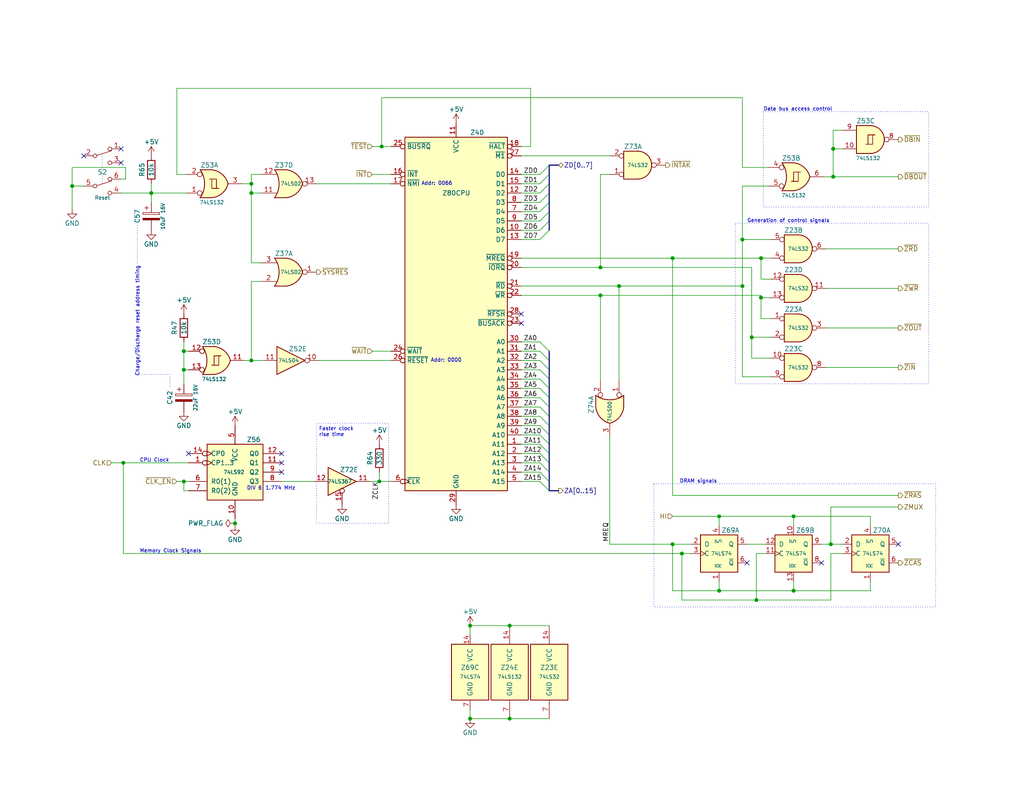
<source format=kicad_sch>
(kicad_sch (version 20231120) (generator "eeschema") (generator_version "8.0")
  (paper "USLetter")
  (title_block (title "TRS-80 Model I Rev G") (date "2024-11-29") (rev "E1C") (company "RetroStack - Marcel Erz") (comment 2 "CPU with reset circuits (button and power-up), clock divider, RAS & CAS divider, signals") (comment 4 "CPU & Signals"))
  (lib_symbols
    (symbol "74xx:74LS00" (pin_names (offset 1.016))
      (property "Reference" "U" (at 0 1.27 0))
      (property "Value" "74LS00" (at 0 -1.27 0))
      (symbol "74LS00_1_1"
        (pin input line (at -7.62 2.54 0) (length 3.81) (name "~") (number "1"))
        (pin input line (at -7.62 -2.54 0) (length 3.81) (name "~") (number "2"))
        (pin output inverted (at 7.62 0 180) (length 3.81) (name "~") (number "3"))
      )
      (symbol "74LS00_1_2"
        (pin input inverted (at -7.62 2.54 0) (length 4.318) (name "~") (number "1"))
        (pin input inverted (at -7.62 -2.54 0) (length 4.318) (name "~") (number "2"))
        (pin output line (at 7.62 0 180) (length 3.81) (name "~") (number "3"))
      )
      (symbol "74LS00_2_1"
        (pin input line (at -7.62 2.54 0) (length 3.81) (name "~") (number "4"))
        (pin input line (at -7.62 -2.54 0) (length 3.81) (name "~") (number "5"))
        (pin output inverted (at 7.62 0 180) (length 3.81) (name "~") (number "6"))
      )
      (symbol "74LS00_2_2"
        (pin input inverted (at -7.62 2.54 0) (length 4.318) (name "~") (number "4"))
        (pin input inverted (at -7.62 -2.54 0) (length 4.318) (name "~") (number "5"))
        (pin output line (at 7.62 0 180) (length 3.81) (name "~") (number "6"))
      )
      (symbol "74LS00_3_1"
        (pin input line (at -7.62 -2.54 0) (length 3.81) (name "~") (number "10"))
        (pin output inverted (at 7.62 0 180) (length 3.81) (name "~") (number "8"))
        (pin input line (at -7.62 2.54 0) (length 3.81) (name "~") (number "9"))
      )
      (symbol "74LS00_3_2"
        (pin input inverted (at -7.62 -2.54 0) (length 4.318) (name "~") (number "10"))
        (pin output line (at 7.62 0 180) (length 3.81) (name "~") (number "8"))
        (pin input inverted (at -7.62 2.54 0) (length 4.318) (name "~") (number "9"))
      )
      (symbol "74LS00_4_1"
        (pin output inverted (at 7.62 0 180) (length 3.81) (name "~") (number "11"))
        (pin input line (at -7.62 2.54 0) (length 3.81) (name "~") (number "12"))
        (pin input line (at -7.62 -2.54 0) (length 3.81) (name "~") (number "13"))
      )
      (symbol "74LS00_4_2"
        (pin output line (at 7.62 0 180) (length 3.81) (name "~") (number "11"))
        (pin input inverted (at -7.62 2.54 0) (length 4.318) (name "~") (number "12"))
        (pin input inverted (at -7.62 -2.54 0) (length 4.318) (name "~") (number "13"))
      )
      (symbol "74LS00_5_0"
        (pin power_in line (at 0 12.7 270) (length 5.08) (name "VCC") (number "14"))
        (pin power_in line (at 0 -12.7 90) (length 5.08) (name "GND") (number "7"))
      )
    )
    (symbol "74xx:74LS02" (pin_names (offset 1.016))
      (property "Reference" "U" (at 0 1.27 0))
      (property "Value" "74LS02" (at 0 -1.27 0))
      (symbol "74LS02_1_1"
        (pin output inverted (at 7.62 0 180) (length 3.81) (name "~") (number "1"))
        (pin input line (at -7.62 2.54 0) (length 4.318) (name "~") (number "2"))
        (pin input line (at -7.62 -2.54 0) (length 4.318) (name "~") (number "3"))
      )
      (symbol "74LS02_1_2"
        (pin output line (at 7.62 0 180) (length 3.81) (name "~") (number "1"))
        (pin input inverted (at -7.62 2.54 0) (length 3.81) (name "~") (number "2"))
        (pin input inverted (at -7.62 -2.54 0) (length 3.81) (name "~") (number "3"))
      )
      (symbol "74LS02_2_1"
        (pin output inverted (at 7.62 0 180) (length 3.81) (name "~") (number "4"))
        (pin input line (at -7.62 2.54 0) (length 4.318) (name "~") (number "5"))
        (pin input line (at -7.62 -2.54 0) (length 4.318) (name "~") (number "6"))
      )
      (symbol "74LS02_2_2"
        (pin output line (at 7.62 0 180) (length 3.81) (name "~") (number "4"))
        (pin input inverted (at -7.62 2.54 0) (length 3.81) (name "~") (number "5"))
        (pin input inverted (at -7.62 -2.54 0) (length 3.81) (name "~") (number "6"))
      )
      (symbol "74LS02_3_1"
        (pin output inverted (at 7.62 0 180) (length 3.81) (name "~") (number "10"))
        (pin input line (at -7.62 2.54 0) (length 4.318) (name "~") (number "8"))
        (pin input line (at -7.62 -2.54 0) (length 4.318) (name "~") (number "9"))
      )
      (symbol "74LS02_3_2"
        (pin output line (at 7.62 0 180) (length 3.81) (name "~") (number "10"))
        (pin input inverted (at -7.62 2.54 0) (length 3.81) (name "~") (number "8"))
        (pin input inverted (at -7.62 -2.54 0) (length 3.81) (name "~") (number "9"))
      )
      (symbol "74LS02_4_1"
        (pin input line (at -7.62 2.54 0) (length 4.318) (name "~") (number "11"))
        (pin input line (at -7.62 -2.54 0) (length 4.318) (name "~") (number "12"))
        (pin output inverted (at 7.62 0 180) (length 3.81) (name "~") (number "13"))
      )
      (symbol "74LS02_4_2"
        (pin input inverted (at -7.62 2.54 0) (length 3.81) (name "~") (number "11"))
        (pin input inverted (at -7.62 -2.54 0) (length 3.81) (name "~") (number "12"))
        (pin output line (at 7.62 0 180) (length 3.81) (name "~") (number "13"))
      )
      (symbol "74LS02_5_0"
        (pin power_in line (at 0 12.7 270) (length 5.08) (name "VCC") (number "14"))
        (pin power_in line (at 0 -12.7 90) (length 5.08) (name "GND") (number "7"))
      )
    )
    (symbol "74xx:74LS04"
      (property "Reference" "U" (at 0 1.27 0))
      (property "Value" "74LS04" (at 0 -1.27 0))
      (symbol "74LS04_1_0"
        (pin input line (at -7.62 0 0) (length 3.81) (name "~") (number "1"))
        (pin output inverted (at 7.62 0 180) (length 3.81) (name "~") (number "2"))
      )
      (symbol "74LS04_2_0"
        (pin input line (at -7.62 0 0) (length 3.81) (name "~") (number "3"))
        (pin output inverted (at 7.62 0 180) (length 3.81) (name "~") (number "4"))
      )
      (symbol "74LS04_3_0"
        (pin input line (at -7.62 0 0) (length 3.81) (name "~") (number "5"))
        (pin output inverted (at 7.62 0 180) (length 3.81) (name "~") (number "6"))
      )
      (symbol "74LS04_4_0"
        (pin output inverted (at 7.62 0 180) (length 3.81) (name "~") (number "8"))
        (pin input line (at -7.62 0 0) (length 3.81) (name "~") (number "9"))
      )
      (symbol "74LS04_5_0"
        (pin output inverted (at 7.62 0 180) (length 3.81) (name "~") (number "10"))
        (pin input line (at -7.62 0 0) (length 3.81) (name "~") (number "11"))
      )
      (symbol "74LS04_6_0"
        (pin output inverted (at 7.62 0 180) (length 3.81) (name "~") (number "12"))
        (pin input line (at -7.62 0 0) (length 3.81) (name "~") (number "13"))
      )
      (symbol "74LS04_7_0"
        (pin power_in line (at 0 12.7 270) (length 5.08) (name "VCC") (number "14"))
        (pin power_in line (at 0 -12.7 90) (length 5.08) (name "GND") (number "7"))
      )
    )
    (symbol "74xx:74LS132" (pin_names (offset 1.016))
      (property "Reference" "U" (at 0 1.27 0))
      (property "Value" "74LS132" (at 0 -1.27 0))
      (symbol "74LS132_1_1"
        (pin input line (at -7.62 2.54 0) (length 3.81) (name "~") (number "1"))
        (pin input line (at -7.62 -2.54 0) (length 3.81) (name "~") (number "2"))
        (pin output inverted (at 7.62 0 180) (length 3.81) (name "~") (number "3"))
      )
      (symbol "74LS132_1_2"
        (pin input inverted (at -7.62 2.54 0) (length 4.318) (name "~") (number "1"))
        (pin input inverted (at -7.62 -2.54 0) (length 4.318) (name "~") (number "2"))
        (pin output line (at 7.62 0 180) (length 3.81) (name "~") (number "3"))
      )
      (symbol "74LS132_2_1"
        (pin input line (at -7.62 2.54 0) (length 3.81) (name "~") (number "4"))
        (pin input line (at -7.62 -2.54 0) (length 3.81) (name "~") (number "5"))
        (pin output inverted (at 7.62 0 180) (length 3.81) (name "~") (number "6"))
      )
      (symbol "74LS132_2_2"
        (pin input inverted (at -7.62 2.54 0) (length 4.318) (name "~") (number "4"))
        (pin input inverted (at -7.62 -2.54 0) (length 4.318) (name "~") (number "5"))
        (pin output line (at 7.62 0 180) (length 3.81) (name "~") (number "6"))
      )
      (symbol "74LS132_3_1"
        (pin input line (at -7.62 -2.54 0) (length 3.81) (name "~") (number "10"))
        (pin output inverted (at 7.62 0 180) (length 3.81) (name "~") (number "8"))
        (pin input line (at -7.62 2.54 0) (length 3.81) (name "~") (number "9"))
      )
      (symbol "74LS132_3_2"
        (pin input inverted (at -7.62 -2.54 0) (length 4.318) (name "~") (number "10"))
        (pin output line (at 7.62 0 180) (length 3.81) (name "~") (number "8"))
        (pin input inverted (at -7.62 2.54 0) (length 4.318) (name "~") (number "9"))
      )
      (symbol "74LS132_4_1"
        (pin output inverted (at 7.62 0 180) (length 3.81) (name "~") (number "11"))
        (pin input line (at -7.62 2.54 0) (length 3.81) (name "~") (number "12"))
        (pin input line (at -7.62 -2.54 0) (length 3.81) (name "~") (number "13"))
      )
      (symbol "74LS132_4_2"
        (pin output line (at 7.62 0 180) (length 3.81) (name "~") (number "11"))
        (pin input inverted (at -7.62 2.54 0) (length 4.318) (name "~") (number "12"))
        (pin input inverted (at -7.62 -2.54 0) (length 4.318) (name "~") (number "13"))
      )
      (symbol "74LS132_5_0"
        (pin power_in line (at 0 12.7 270) (length 5.08) (name "VCC") (number "14"))
        (pin power_in line (at 0 -12.7 90) (length 5.08) (name "GND") (number "7"))
      )
    )
    (symbol "74xx:74LS32" (pin_names (offset 1.016))
      (property "Reference" "U" (at 0 1.27 0))
      (property "Value" "74LS32" (at 0 -1.27 0))
      (symbol "74LS32_1_1"
        (pin input line (at -7.62 2.54 0) (length 4.318) (name "~") (number "1"))
        (pin input line (at -7.62 -2.54 0) (length 4.318) (name "~") (number "2"))
        (pin output line (at 7.62 0 180) (length 3.81) (name "~") (number "3"))
      )
      (symbol "74LS32_1_2"
        (pin input inverted (at -7.62 2.54 0) (length 3.81) (name "~") (number "1"))
        (pin input inverted (at -7.62 -2.54 0) (length 3.81) (name "~") (number "2"))
        (pin output inverted (at 7.62 0 180) (length 3.81) (name "~") (number "3"))
      )
      (symbol "74LS32_2_1"
        (pin input line (at -7.62 2.54 0) (length 4.318) (name "~") (number "4"))
        (pin input line (at -7.62 -2.54 0) (length 4.318) (name "~") (number "5"))
        (pin output line (at 7.62 0 180) (length 3.81) (name "~") (number "6"))
      )
      (symbol "74LS32_2_2"
        (pin input inverted (at -7.62 2.54 0) (length 3.81) (name "~") (number "4"))
        (pin input inverted (at -7.62 -2.54 0) (length 3.81) (name "~") (number "5"))
        (pin output inverted (at 7.62 0 180) (length 3.81) (name "~") (number "6"))
      )
      (symbol "74LS32_3_1"
        (pin input line (at -7.62 -2.54 0) (length 4.318) (name "~") (number "10"))
        (pin output line (at 7.62 0 180) (length 3.81) (name "~") (number "8"))
        (pin input line (at -7.62 2.54 0) (length 4.318) (name "~") (number "9"))
      )
      (symbol "74LS32_3_2"
        (pin input inverted (at -7.62 -2.54 0) (length 3.81) (name "~") (number "10"))
        (pin output inverted (at 7.62 0 180) (length 3.81) (name "~") (number "8"))
        (pin input inverted (at -7.62 2.54 0) (length 3.81) (name "~") (number "9"))
      )
      (symbol "74LS32_4_1"
        (pin output line (at 7.62 0 180) (length 3.81) (name "~") (number "11"))
        (pin input line (at -7.62 2.54 0) (length 4.318) (name "~") (number "12"))
        (pin input line (at -7.62 -2.54 0) (length 4.318) (name "~") (number "13"))
      )
      (symbol "74LS32_4_2"
        (pin output inverted (at 7.62 0 180) (length 3.81) (name "~") (number "11"))
        (pin input inverted (at -7.62 2.54 0) (length 3.81) (name "~") (number "12"))
        (pin input inverted (at -7.62 -2.54 0) (length 3.81) (name "~") (number "13"))
      )
      (symbol "74LS32_5_0"
        (pin power_in line (at 0 12.7 270) (length 5.08) (name "VCC") (number "14"))
        (pin power_in line (at 0 -12.7 90) (length 5.08) (name "GND") (number "7"))
      )
    )
    (symbol "74xx:74LS74" (pin_names (offset 1.016))
      (property "Reference" "U" (at -7.62 8.89 0))
      (property "Value" "74LS74" (at -7.62 -8.89 0))
      (symbol "74LS74_1_0"
        (pin input line (at 0 -7.62 90) (length 2.54) (name "~{R}") (number "1"))
        (pin input line (at -7.62 2.54 0) (length 2.54) (name "D") (number "2"))
        (pin input clock (at -7.62 0 0) (length 2.54) (name "C") (number "3"))
        (pin input line (at 0 7.62 270) (length 2.54) (name "~{S}") (number "4"))
        (pin output line (at 7.62 2.54 180) (length 2.54) (name "Q") (number "5"))
        (pin output line (at 7.62 -2.54 180) (length 2.54) (name "~{Q}") (number "6"))
      )
      (symbol "74LS74_2_0"
        (pin input line (at 0 7.62 270) (length 2.54) (name "~{S}") (number "10"))
        (pin input clock (at -7.62 0 0) (length 2.54) (name "C") (number "11"))
        (pin input line (at -7.62 2.54 0) (length 2.54) (name "D") (number "12"))
        (pin input line (at 0 -7.62 90) (length 2.54) (name "~{R}") (number "13"))
        (pin output line (at 7.62 -2.54 180) (length 2.54) (name "~{Q}") (number "8"))
        (pin output line (at 7.62 2.54 180) (length 2.54) (name "Q") (number "9"))
      )
      (symbol "74LS74_3_0"
        (pin power_in line (at 0 10.16 270) (length 2.54) (name "VCC") (number "14"))
        (pin power_in line (at 0 -10.16 90) (length 2.54) (name "GND") (number "7"))
      )
    )
    (symbol "74xx:74LS92" (pin_names (offset 1.016))
      (property "Reference" "U" (at -7.62 8.89 0))
      (property "Value" "74LS92" (at -7.62 -8.89 0))
      (symbol "74LS92_1_0"
        (pin input inverted_clock (at -12.7 2.54 0) (length 5.08) (name "CP1..3") (number "1"))
        (pin power_in line (at 0 -12.7 90) (length 5.08) (name "GND") (number "10"))
        (pin output line (at 12.7 2.54 180) (length 5.08) (name "Q1") (number "11"))
        (pin output line (at 12.7 5.08 180) (length 5.08) (name "Q0") (number "12"))
        (pin input inverted_clock (at -12.7 5.08 0) (length 5.08) (name "CP0") (number "14"))
        (pin power_in line (at 0 12.7 270) (length 5.08) (name "VCC") (number "5"))
        (pin input line (at -12.7 -2.54 0) (length 5.08) (name "R0(1)") (number "6"))
        (pin input line (at -12.7 -5.08 0) (length 5.08) (name "R0(2)") (number "7"))
        (pin output line (at 12.7 -2.54 180) (length 5.08) (name "Q3") (number "8"))
        (pin output line (at 12.7 0 180) (length 5.08) (name "Q2") (number "9"))
      )
    )
    (symbol "Device:C_Polarized" (pin_numbers hide) (pin_names (offset 0.254))
      (property "Reference" "C" (at 0.635 2.54 0))
      (property "Value" "C_Polarized" (at 0.635 -2.54 0))
      (symbol "C_Polarized_1_1"
        (pin passive line (at 0 3.81 270) (length 2.794) (name "~") (number "1"))
        (pin passive line (at 0 -3.81 90) (length 2.794) (name "~") (number "2"))
      )
    )
    (symbol "Device:R" (pin_numbers hide) (pin_names (offset 0))
      (property "Reference" "R" (at 2.032 0 90))
      (property "Value" "R" (at 0 0 90))
      (symbol "R_1_1"
        (pin passive line (at 0 3.81 270) (length 1.27) (name "~") (number "1"))
        (pin passive line (at 0 -3.81 90) (length 1.27) (name "~") (number "2"))
      )
    )
    (symbol "RetroStackLibrary:74LS367_Split" (pin_names (offset 1.016))
      (property "Reference" "U" (at 0 1.27 0))
      (property "Value" "74LS367" (at 0 -1.27 0))
      (symbol "74LS367_Split_1_0"
        (pin input inverted (at 0 6.35 270) (length 4.445) (name "~") (number "1"))
        (pin input line (at -7.62 0 0) (length 3.81) (name "~") (number "2"))
        (pin tri_state line (at 7.62 0 180) (length 3.81) (name "~") (number "3"))
      )
      (symbol "74LS367_Split_2_0"
        (pin input line (at -7.62 0 0) (length 3.81) (name "~") (number "4"))
        (pin tri_state line (at 7.62 0 180) (length 3.81) (name "~") (number "5"))
      )
      (symbol "74LS367_Split_3_0"
        (pin input line (at -7.62 0 0) (length 3.81) (name "~") (number "6"))
        (pin tri_state line (at 7.62 0 180) (length 3.81) (name "~") (number "7"))
      )
      (symbol "74LS367_Split_4_0"
        (pin input line (at -7.62 0 0) (length 3.81) (name "~") (number "10"))
        (pin tri_state line (at 7.62 0 180) (length 3.81) (name "~") (number "9"))
      )
      (symbol "74LS367_Split_5_0"
        (pin tri_state line (at 8.255 -6.35 180) (length 3.81) (name "~") (number "11"))
        (pin input line (at -6.985 -6.35 0) (length 3.81) (name "~") (number "12"))
        (pin input inverted (at 0.635 0 270) (length 4.445) (name "~") (number "15"))
      )
      (symbol "74LS367_Split_6_0"
        (pin tri_state line (at 7.62 0 180) (length 3.81) (name "~") (number "13"))
        (pin input line (at -7.62 0 0) (length 3.81) (name "~") (number "14"))
      )
      (symbol "74LS367_Split_7_0"
        (pin power_in line (at 0 1.905 270) (length 5.08) (name "VCC") (number "16"))
        (pin power_in line (at 0 -23.495 90) (length 5.08) (name "GND") (number "8"))
      )
    )
    (symbol "RetroStackLibrary:SW_DPST"
      (property "Reference" "SW" (at 0 0 0))
      (symbol "SW_DPST_1_1"
        (pin passive line (at 4.445 -2.54 180) (length 2.54) (name "~") (number "1"))
        (pin passive line (at -5.715 -4.445 0) (length 2.54) (name "~") (number "2"))
        (pin passive line (at 4.445 -6.35 180) (length 2.54) (name "~") (number "3"))
        (pin passive line (at 4.445 -14.605 180) (length 2.54) (name "~") (number "4"))
        (pin passive line (at -5.715 -12.7 0) (length 2.54) (name "~") (number "5"))
        (pin passive line (at 4.445 -10.795 180) (length 2.54) (name "~") (number "6"))
      )
    )
    (symbol "RetroStackLibrary:Z80"
      (property "Reference" "U" (at 0 0 0))
      (property "Value" "Z80" (at 0 0 0))
      (symbol "Z80_1_1"
        (pin output line (at 17.78 -87.63 180) (length 3.81) (name "A11") (number "1"))
        (pin bidirectional line (at 17.78 -29.21 180) (length 3.81) (name "D6") (number "10"))
        (pin power_in line (at 0 0 270) (length 3.81) (name "VCC") (number "11"))
        (pin bidirectional line (at 17.78 -19.05 180) (length 3.81) (name "D2") (number "12"))
        (pin bidirectional line (at 17.78 -31.75 180) (length 3.81) (name "D7") (number "13"))
        (pin bidirectional line (at 17.78 -13.97 180) (length 3.81) (name "D0") (number "14"))
        (pin bidirectional line (at 17.78 -16.51 180) (length 3.81) (name "D1") (number "15"))
        (pin input inverted (at -17.78 -13.97 0) (length 3.81) (name "~{INT}") (number "16"))
        (pin input inverted (at -17.78 -16.51 0) (length 3.81) (name "~{NMI}") (number "17"))
        (pin output inverted (at 17.78 -6.35 180) (length 3.81) (name "~{HALT}") (number "18"))
        (pin output inverted (at 17.78 -36.83 180) (length 3.81) (name "~{MREQ}") (number "19"))
        (pin output line (at 17.78 -90.17 180) (length 3.81) (name "A12") (number "2"))
        (pin output inverted (at 17.78 -39.37 180) (length 3.81) (name "~{IORQ}") (number "20"))
        (pin output inverted (at 17.78 -44.45 180) (length 3.81) (name "~{RD}") (number "21"))
        (pin output inverted (at 17.78 -46.99 180) (length 3.81) (name "~{WR}") (number "22"))
        (pin output inverted (at 17.78 -54.61 180) (length 3.81) (name "~{BUSACK}") (number "23"))
        (pin input inverted (at -17.78 -62.23 0) (length 3.81) (name "~{WAIT}") (number "24"))
        (pin input inverted (at -17.78 -6.35 0) (length 3.81) (name "~{BUSRQ}") (number "25"))
        (pin input inverted (at -17.78 -64.77 0) (length 3.81) (name "~{RESET}") (number "26"))
        (pin output inverted (at 17.78 -8.89 180) (length 3.81) (name "~{M1}") (number "27"))
        (pin output inverted (at 17.78 -52.07 180) (length 3.81) (name "~{RFSH}") (number "28"))
        (pin power_in line (at 0 -104.14 90) (length 3.81) (name "GND") (number "29"))
        (pin output line (at 17.78 -92.71 180) (length 3.81) (name "A13") (number "3"))
        (pin output line (at 17.78 -59.69 180) (length 3.81) (name "A0") (number "30"))
        (pin output line (at 17.78 -62.23 180) (length 3.81) (name "A1") (number "31"))
        (pin output line (at 17.78 -64.77 180) (length 3.81) (name "A2") (number "32"))
        (pin output line (at 17.78 -67.31 180) (length 3.81) (name "A3") (number "33"))
        (pin output line (at 17.78 -69.85 180) (length 3.81) (name "A4") (number "34"))
        (pin output line (at 17.78 -72.39 180) (length 3.81) (name "A5") (number "35"))
        (pin output line (at 17.78 -74.93 180) (length 3.81) (name "A6") (number "36"))
        (pin output line (at 17.78 -77.47 180) (length 3.81) (name "A7") (number "37"))
        (pin output line (at 17.78 -80.01 180) (length 3.81) (name "A8") (number "38"))
        (pin output line (at 17.78 -82.55 180) (length 3.81) (name "A9") (number "39"))
        (pin output line (at 17.78 -95.25 180) (length 3.81) (name "A14") (number "4"))
        (pin output line (at 17.78 -85.09 180) (length 3.81) (name "A10") (number "40"))
        (pin output line (at 17.78 -97.79 180) (length 3.81) (name "A15") (number "5"))
        (pin input inverted_clock (at -17.78 -97.79 0) (length 3.81) (name "~{CLK}") (number "6"))
        (pin bidirectional line (at 17.78 -24.13 180) (length 3.81) (name "D4") (number "7"))
        (pin bidirectional line (at 17.78 -21.59 180) (length 3.81) (name "D3") (number "8"))
        (pin bidirectional line (at 17.78 -26.67 180) (length 3.81) (name "D5") (number "9"))
      )
    )
    (symbol "power:+5V" (power) (pin_names (offset 0))
      (property "Value" "+5V" (at 0 3.556 0))
      (symbol "+5V_1_1"
        (pin power_in line (at 0 0 90) (length 0) hide (name "+5V") (number "1"))
      )
    )
    (symbol "power:GND" (power) (pin_names (offset 0))
      (property "Value" "GND" (at 0 -3.81 0))
      (symbol "GND_1_1"
        (pin power_in line (at 0 0 270) (length 0) hide (name "GND") (number "1"))
      )
    )
    (symbol "power:PWR_FLAG" (power) (pin_numbers hide) (pin_names (offset 0) hide)
      (property "Value" "PWR_FLAG" (at 0 3.81 0))
      (symbol "PWR_FLAG_0_0"
        (pin power_out line (at 0 0 90) (length 0) (name "pwr") (number "1"))
      )
    )
  )
  (junction (at 103.505 131.445))
  (junction (at 50.165 131.445))
  (junction (at 139.065 196.215))
  (junction (at 226.695 148.59))
  (junction (at 196.215 140.97))
  (junction (at 19.685 50.8))
  (junction (at 186.055 151.13))
  (junction (at 183.515 148.59))
  (junction (at 50.165 95.885))
  (junction (at 202.565 78.105))
  (junction (at 41.275 52.705))
  (junction (at 207.645 81.28))
  (junction (at 68.58 50.165))
  (junction (at 128.27 196.215))
  (junction (at 163.83 80.645))
  (junction (at 64.135 142.875))
  (junction (at 183.515 70.485))
  (junction (at 216.535 161.29))
  (junction (at 207.645 70.485))
  (junction (at 216.535 140.97))
  (junction (at 68.58 98.425))
  (junction (at 104.14 40.005))
  (junction (at 206.375 163.83))
  (junction (at 163.83 73.025))
  (junction (at 168.91 78.105))
  (junction (at 227.33 48.26))
  (junction (at 202.565 65.405))
  (junction (at 227.33 40.64))
  (junction (at 128.27 170.815))
  (junction (at 33.655 126.365))
  (junction (at 205.105 92.075))
  (junction (at 196.215 161.29))
  (junction (at 68.58 52.705))
  (junction (at 50.165 100.965))
  (junction (at 139.065 170.815))
  (no_connect (at 76.835 126.365))
  (no_connect (at 33.02 44.45))
  (no_connect (at 22.86 42.545))
  (no_connect (at 203.835 153.67))
  (no_connect (at 142.24 88.265))
  (no_connect (at 142.24 85.725))
  (no_connect (at 33.02 40.64))
  (no_connect (at 51.435 123.825))
  (no_connect (at 76.835 123.825))
  (no_connect (at 245.11 148.59))
  (no_connect (at 76.835 128.905))
  (no_connect (at 224.155 153.67))
  (bus_entry (at 147.32 62.865) (size 2.54 -2.54))
  (bus_entry (at 147.32 113.665) (size 2.54 2.54))
  (bus_entry (at 147.32 93.345) (size 2.54 2.54))
  (bus_entry (at 147.32 65.405) (size 2.54 -2.54))
  (bus_entry (at 147.32 118.745) (size 2.54 2.54))
  (bus_entry (at 147.32 57.785) (size 2.54 -2.54))
  (bus_entry (at 147.32 103.505) (size 2.54 2.54))
  (bus_entry (at 147.32 106.045) (size 2.54 2.54))
  (bus_entry (at 147.32 126.365) (size 2.54 2.54))
  (bus_entry (at 147.32 55.245) (size 2.54 -2.54))
  (bus_entry (at 147.32 128.905) (size 2.54 2.54))
  (bus_entry (at 147.32 111.125) (size 2.54 2.54))
  (bus_entry (at 147.32 121.285) (size 2.54 2.54))
  (bus_entry (at 147.32 123.825) (size 2.54 2.54))
  (bus_entry (at 147.32 108.585) (size 2.54 2.54))
  (bus_entry (at 147.32 116.205) (size 2.54 2.54))
  (bus_entry (at 147.32 47.625) (size 2.54 -2.54))
  (bus_entry (at 147.32 50.165) (size 2.54 -2.54))
  (bus_entry (at 147.32 52.705) (size 2.54 -2.54))
  (bus_entry (at 147.32 98.425) (size 2.54 2.54))
  (bus_entry (at 147.32 95.885) (size 2.54 2.54))
  (bus_entry (at 147.32 100.965) (size 2.54 2.54))
  (bus_entry (at 147.32 131.445) (size 2.54 2.54))
  (bus_entry (at 147.32 60.325) (size 2.54 -2.54))
  (bus (pts (xy 149.86 100.965) (xy 149.86 103.505)))
  (wire (pts (xy 142.24 131.445) (xy 147.32 131.445)))
  (wire (pts (xy 104.14 26.67) (xy 104.14 40.005)))
  (wire (pts (xy 196.215 140.97) (xy 216.535 140.97)))
  (bus (pts (xy 149.86 116.205) (xy 149.86 118.745)))
  (wire (pts (xy 48.26 131.445) (xy 50.165 131.445)))
  (wire (pts (xy 225.425 67.945) (xy 245.11 67.945)))
  (wire (pts (xy 225.425 100.33) (xy 245.11 100.33)))
  (wire (pts (xy 68.58 50.165) (xy 68.58 52.705)))
  (wire (pts (xy 196.215 161.29) (xy 216.535 161.29)))
  (wire (pts (xy 142.24 73.025) (xy 163.83 73.025)))
  (wire (pts (xy 229.87 151.13) (xy 226.695 151.13)))
  (wire (pts (xy 142.24 60.325) (xy 147.32 60.325)))
  (wire (pts (xy 50.8 47.625) (xy 48.26 47.625)))
  (wire (pts (xy 227.33 35.56) (xy 227.33 40.64)))
  (wire (pts (xy 22.86 50.8) (xy 19.685 50.8)))
  (wire (pts (xy 142.24 106.045) (xy 147.32 106.045)))
  (bus (pts (xy 149.86 118.745) (xy 149.86 121.285)))
  (wire (pts (xy 71.12 47.625) (xy 68.58 47.625)))
  (wire (pts (xy 227.33 40.64) (xy 227.33 48.26)))
  (wire (pts (xy 183.515 140.97) (xy 196.215 140.97)))
  (bus (pts (xy 149.86 108.585) (xy 149.86 111.125)))
  (bus (pts (xy 149.86 60.325) (xy 149.86 57.785)))
  (wire (pts (xy 225.425 89.535) (xy 245.11 89.535)))
  (wire (pts (xy 71.12 71.755) (xy 68.58 71.755)))
  (wire (pts (xy 34.29 48.895) (xy 34.29 45.72)))
  (wire (pts (xy 142.24 126.365) (xy 147.32 126.365)))
  (bus (pts (xy 149.86 52.705) (xy 149.86 50.165)))
  (wire (pts (xy 142.24 113.665) (xy 147.32 113.665)))
  (bus (pts (xy 149.86 126.365) (xy 149.86 128.905)))
  (bus (pts (xy 149.86 131.445) (xy 149.86 133.985)))
  (wire (pts (xy 227.33 40.64) (xy 229.87 40.64)))
  (wire (pts (xy 142.24 123.825) (xy 147.32 123.825)))
  (wire (pts (xy 183.515 148.59) (xy 183.515 161.29)))
  (wire (pts (xy 226.695 151.13) (xy 226.695 163.83)))
  (bus (pts (xy 149.86 121.285) (xy 149.86 123.825)))
  (bus (pts (xy 149.86 47.625) (xy 149.86 45.085)))
  (bus (pts (xy 149.86 133.985) (xy 152.4 133.985)))
  (wire (pts (xy 103.505 128.905) (xy 103.505 131.445)))
  (wire (pts (xy 68.58 98.425) (xy 66.675 98.425)))
  (wire (pts (xy 237.49 161.29) (xy 216.535 161.29)))
  (wire (pts (xy 216.535 158.75) (xy 216.535 161.29)))
  (wire (pts (xy 224.79 48.26) (xy 227.33 48.26)))
  (wire (pts (xy 144.78 24.13) (xy 144.78 40.005)))
  (wire (pts (xy 183.515 70.485) (xy 207.645 70.485)))
  (wire (pts (xy 50.165 100.965) (xy 51.435 100.965)))
  (wire (pts (xy 50.165 95.885) (xy 51.435 95.885)))
  (wire (pts (xy 210.185 102.87) (xy 202.565 102.87)))
  (wire (pts (xy 142.24 62.865) (xy 147.32 62.865)))
  (wire (pts (xy 168.91 78.105) (xy 168.91 104.14)))
  (wire (pts (xy 142.24 52.705) (xy 147.32 52.705)))
  (wire (pts (xy 86.995 98.425) (xy 106.68 98.425)))
  (wire (pts (xy 19.685 50.8) (xy 19.685 57.15)))
  (wire (pts (xy 142.24 108.585) (xy 147.32 108.585)))
  (bus (pts (xy 149.86 106.045) (xy 149.86 108.585)))
  (bus (pts (xy 149.86 123.825) (xy 149.86 126.365)))
  (wire (pts (xy 142.24 118.745) (xy 147.32 118.745)))
  (wire (pts (xy 237.49 140.97) (xy 216.535 140.97)))
  (wire (pts (xy 166.37 47.625) (xy 163.83 47.625)))
  (wire (pts (xy 71.755 98.425) (xy 68.58 98.425)))
  (wire (pts (xy 142.24 42.545) (xy 166.37 42.545)))
  (wire (pts (xy 51.435 133.985) (xy 50.165 133.985)))
  (wire (pts (xy 33.02 48.895) (xy 34.29 48.895)))
  (wire (pts (xy 142.24 100.965) (xy 147.32 100.965)))
  (wire (pts (xy 142.24 93.345) (xy 147.32 93.345)))
  (bus (pts (xy 149.86 98.425) (xy 149.86 100.965)))
  (wire (pts (xy 142.24 47.625) (xy 147.32 47.625)))
  (wire (pts (xy 128.27 196.215) (xy 139.065 196.215)))
  (wire (pts (xy 142.24 95.885) (xy 147.32 95.885)))
  (wire (pts (xy 76.835 131.445) (xy 85.725 131.445)))
  (polyline (pts (xy 38.735 102.235) (xy 46.355 102.235)) (stroke (width 0) (type dot)))
  (wire (pts (xy 207.645 80.645) (xy 207.645 81.28)))
  (wire (pts (xy 50.165 93.345) (xy 50.165 95.885)))
  (wire (pts (xy 142.24 80.645) (xy 163.83 80.645)))
  (wire (pts (xy 168.91 78.105) (xy 202.565 78.105)))
  (wire (pts (xy 68.58 76.835) (xy 68.58 98.425)))
  (wire (pts (xy 50.165 131.445) (xy 51.435 131.445)))
  (wire (pts (xy 202.565 78.105) (xy 202.565 65.405)))
  (wire (pts (xy 104.14 40.005) (xy 106.68 40.005)))
  (wire (pts (xy 245.11 138.43) (xy 226.695 138.43)))
  (wire (pts (xy 210.185 76.2) (xy 207.645 76.2)))
  (bus (pts (xy 149.86 62.865) (xy 149.86 60.325)))
  (wire (pts (xy 33.655 126.365) (xy 51.435 126.365)))
  (wire (pts (xy 68.58 52.705) (xy 71.12 52.705)))
  (wire (pts (xy 86.36 50.165) (xy 106.68 50.165)))
  (wire (pts (xy 163.83 80.645) (xy 207.645 80.645)))
  (wire (pts (xy 142.24 103.505) (xy 147.32 103.505)))
  (bus (pts (xy 149.86 95.885) (xy 149.86 98.425)))
  (wire (pts (xy 237.49 143.51) (xy 237.49 140.97)))
  (polyline (pts (xy 46.355 102.235) (xy 46.355 106.045)) (stroke (width 0) (type dot)))
  (wire (pts (xy 128.27 193.675) (xy 128.27 196.215)))
  (wire (pts (xy 128.27 173.355) (xy 128.27 170.815)))
  (wire (pts (xy 210.185 97.79) (xy 205.105 97.79)))
  (wire (pts (xy 163.83 73.025) (xy 205.105 73.025)))
  (wire (pts (xy 202.565 65.405) (xy 210.185 65.405)))
  (wire (pts (xy 33.655 151.13) (xy 186.055 151.13)))
  (wire (pts (xy 68.58 52.705) (xy 68.58 71.755)))
  (wire (pts (xy 33.02 52.705) (xy 41.275 52.705)))
  (wire (pts (xy 48.26 47.625) (xy 48.26 24.13)))
  (wire (pts (xy 163.83 80.645) (xy 163.83 104.14)))
  (wire (pts (xy 166.37 148.59) (xy 183.515 148.59)))
  (wire (pts (xy 30.48 126.365) (xy 33.655 126.365)))
  (wire (pts (xy 50.165 100.965) (xy 50.165 104.775)))
  (wire (pts (xy 216.535 140.97) (xy 216.535 143.51)))
  (wire (pts (xy 237.49 158.75) (xy 237.49 161.29)))
  (polyline (pts (xy 37.465 61.595) (xy 37.465 72.39)) (stroke (width 0) (type dot)))
  (wire (pts (xy 50.165 131.445) (xy 50.165 133.985)))
  (wire (pts (xy 163.83 47.625) (xy 163.83 73.025)))
  (wire (pts (xy 142.24 50.165) (xy 147.32 50.165)))
  (wire (pts (xy 188.595 148.59) (xy 183.515 148.59)))
  (wire (pts (xy 203.835 148.59) (xy 208.915 148.59)))
  (wire (pts (xy 227.33 48.26) (xy 245.11 48.26)))
  (bus (pts (xy 149.86 113.665) (xy 149.86 116.205)))
  (wire (pts (xy 207.645 81.28) (xy 210.185 81.28)))
  (wire (pts (xy 103.505 131.445) (xy 106.68 131.445)))
  (bus (pts (xy 149.86 45.085) (xy 152.4 45.085)))
  (wire (pts (xy 196.215 143.51) (xy 196.215 140.97)))
  (wire (pts (xy 207.645 70.485) (xy 210.185 70.485)))
  (wire (pts (xy 41.275 52.705) (xy 50.8 52.705)))
  (wire (pts (xy 202.565 65.405) (xy 202.565 50.8)))
  (wire (pts (xy 142.24 40.005) (xy 144.78 40.005)))
  (wire (pts (xy 142.24 98.425) (xy 147.32 98.425)))
  (wire (pts (xy 41.275 50.165) (xy 41.275 52.705)))
  (wire (pts (xy 183.515 70.485) (xy 183.515 135.255)))
  (wire (pts (xy 104.14 26.67) (xy 202.565 26.67)))
  (wire (pts (xy 226.695 163.83) (xy 206.375 163.83)))
  (wire (pts (xy 48.26 24.13) (xy 144.78 24.13)))
  (wire (pts (xy 101.6 95.885) (xy 106.68 95.885)))
  (bus (pts (xy 149.86 50.165) (xy 149.86 47.625)))
  (wire (pts (xy 103.505 131.445) (xy 100.965 131.445)))
  (wire (pts (xy 224.155 148.59) (xy 226.695 148.59)))
  (wire (pts (xy 206.375 151.13) (xy 206.375 163.83)))
  (wire (pts (xy 202.565 102.87) (xy 202.565 78.105)))
  (wire (pts (xy 166.37 119.38) (xy 166.37 148.59)))
  (wire (pts (xy 225.425 78.74) (xy 245.11 78.74)))
  (wire (pts (xy 33.655 126.365) (xy 33.655 151.13)))
  (wire (pts (xy 101.6 47.625) (xy 106.68 47.625)))
  (wire (pts (xy 183.515 161.29) (xy 196.215 161.29)))
  (wire (pts (xy 202.565 45.72) (xy 209.55 45.72)))
  (wire (pts (xy 226.695 148.59) (xy 229.87 148.59)))
  (wire (pts (xy 142.24 55.245) (xy 147.32 55.245)))
  (wire (pts (xy 41.275 55.245) (xy 41.275 52.705)))
  (bus (pts (xy 149.86 57.785) (xy 149.86 55.245)))
  (wire (pts (xy 207.645 70.485) (xy 207.645 76.2)))
  (wire (pts (xy 34.29 45.72) (xy 19.685 45.72)))
  (wire (pts (xy 202.565 50.8) (xy 209.55 50.8)))
  (wire (pts (xy 19.685 45.72) (xy 19.685 50.8)))
  (bus (pts (xy 149.86 111.125) (xy 149.86 113.665)))
  (wire (pts (xy 101.6 40.005) (xy 104.14 40.005)))
  (wire (pts (xy 71.12 76.835) (xy 68.58 76.835)))
  (wire (pts (xy 64.135 141.605) (xy 64.135 142.875)))
  (wire (pts (xy 188.595 151.13) (xy 186.055 151.13)))
  (wire (pts (xy 142.24 78.105) (xy 168.91 78.105)))
  (bus (pts (xy 149.86 128.905) (xy 149.86 131.445)))
  (wire (pts (xy 196.215 161.29) (xy 196.215 158.75)))
  (wire (pts (xy 226.695 138.43) (xy 226.695 148.59)))
  (wire (pts (xy 142.24 57.785) (xy 147.32 57.785)))
  (wire (pts (xy 142.24 111.125) (xy 147.32 111.125)))
  (wire (pts (xy 128.27 170.815) (xy 139.065 170.815)))
  (wire (pts (xy 205.105 92.075) (xy 210.185 92.075)))
  (wire (pts (xy 142.24 128.905) (xy 147.32 128.905)))
  (wire (pts (xy 139.065 196.215) (xy 149.86 196.215)))
  (wire (pts (xy 245.11 135.255) (xy 183.515 135.255)))
  (wire (pts (xy 142.24 70.485) (xy 183.515 70.485)))
  (wire (pts (xy 207.645 86.995) (xy 207.645 81.28)))
  (wire (pts (xy 66.04 50.165) (xy 68.58 50.165)))
  (wire (pts (xy 142.24 116.205) (xy 147.32 116.205)))
  (wire (pts (xy 205.105 73.025) (xy 205.105 92.075)))
  (wire (pts (xy 139.065 170.815) (xy 149.86 170.815)))
  (wire (pts (xy 64.135 142.875) (xy 64.135 143.51)))
  (wire (pts (xy 142.24 65.405) (xy 147.32 65.405)))
  (wire (pts (xy 142.24 121.285) (xy 147.32 121.285)))
  (wire (pts (xy 210.185 86.995) (xy 207.645 86.995)))
  (wire (pts (xy 202.565 26.67) (xy 202.565 45.72)))
  (bus (pts (xy 149.86 55.245) (xy 149.86 52.705)))
  (wire (pts (xy 229.87 35.56) (xy 227.33 35.56)))
  (wire (pts (xy 50.165 95.885) (xy 50.165 100.965)))
  (wire (pts (xy 206.375 151.13) (xy 208.915 151.13)))
  (wire (pts (xy 186.055 151.13) (xy 186.055 163.83)))
  (wire (pts (xy 205.105 97.79) (xy 205.105 92.075)))
  (wire (pts (xy 68.58 47.625) (xy 68.58 50.165)))
  (bus (pts (xy 149.86 103.505) (xy 149.86 106.045)))
  (wire (pts (xy 186.055 163.83) (xy 206.375 163.83)))
  (rectangle (start 86.36 115.57) (end 106.045 142.875) (stroke (width 0) (type dot)))
  (rectangle (start 200.66 60.96) (end 253.365 104.775) (stroke (width 0) (type dot)))
  (rectangle (start 178.435 132.08) (end 255.27 165.735) (stroke (width 0) (type dot)))
  (rectangle (start 208.28 30.48) (end 253.365 56.515) (stroke (width 0) (type dot)))
  (text "Data bus access control" (at 208.28 30.48 0) (effects (font (size 1 1)) (justify left bottom)))
  (text "DIV 6" (at 67.31 133.985 0) (effects (font (size 1 1)) (justify left bottom)))
  (text "Generation of control signals" (at 203.835 60.96 0) (effects (font (size 1 1)) (justify left bottom)))
  (text "DRAM signals" (at 185.42 132.08 0) (effects (font (size 1 1)) (justify left bottom)))
  (text "1.774 MHz" (at 72.39 133.985 0) (effects (font (size 1 1)) (justify left bottom)))
  (text "Faster clock\nrise time" (at 86.995 119.38 0) (effects (font (size 1 1)) (justify left bottom)))
  (text "Memory Clock Signals" (at 38.1 151.13 0) (effects (font (size 1 1)) (justify left bottom)))
  (text "CPU Clock" (at 38.1 126.365 0) (effects (font (size 1 1)) (justify left bottom)))
  (text "Addr: 0000" (at 117.475 99.06 0) (effects (font (size 1 1)) (justify left bottom)))
  (text "Charge/Discharge reset address timing" (at 38.1 102.87 90) (effects (font (size 1 1)) (justify left bottom)))
  (text "Addr: 0066" (at 114.935 50.8 0) (effects (font (size 1 1)) (justify left bottom)))
  (label "ZA9" (at 142.875 116.205 0))
  (label "ZD3" (at 142.875 55.245 0))
  (label "ZD2" (at 142.875 52.705 0))
  (label "ZA1" (at 142.875 95.885 0))
  (label "ZA14" (at 142.875 128.905 0))
  (label "ZA2" (at 142.875 98.425 0))
  (label "ZA0" (at 142.875 93.345 0))
  (label "ZA11" (at 142.875 121.285 0))
  (label "ZA12" (at 142.875 123.825 0))
  (label "ZD0" (at 142.875 47.625 0))
  (label "MREQ" (at 166.37 147.955 90))
  (label "ZA8" (at 142.875 113.665 0))
  (label "ZD6" (at 142.875 62.865 0))
  (label "ZD4" (at 142.875 57.785 0))
  (label "ZA4" (at 142.875 103.505 0))
  (label "ZD7" (at 142.875 65.405 0))
  (label "ZA5" (at 142.875 106.045 0))
  (label "ZA15" (at 142.875 131.445 0))
  (label "ZA3" (at 142.875 100.965 0))
  (label "ZA13" (at 142.875 126.365 0))
  (label "ZCLK" (at 103.505 131.445 270))
  (label "ZA10" (at 142.875 118.745 0))
  (label "ZD1" (at 142.875 50.165 0))
  (label "ZA7" (at 142.875 111.125 0))
  (label "ZA6" (at 142.875 108.585 0))
  (label "ZD5" (at 142.875 60.325 0))
  (hierarchical_label "~{SYSRES}" (shape output) (at 86.36 74.295 0))
  (hierarchical_label "~{DBOUT}" (shape output) (at 245.11 48.26 0))
  (hierarchical_label "~{INTAK}" (shape output) (at 181.61 45.085 0))
  (hierarchical_label "~{ZWR}" (shape output) (at 245.11 78.74 0))
  (hierarchical_label "ZD[0..7]" (shape bidirectional) (at 152.4 45.085 0))
  (hierarchical_label "ZMUX" (shape output) (at 245.11 138.43 0))
  (hierarchical_label "~{TEST}" (shape input) (at 101.6 40.005 180))
  (hierarchical_label "~{ZRD}" (shape output) (at 245.11 67.945 0))
  (hierarchical_label "~{CLK_EN}" (shape input) (at 48.26 131.445 180))
  (hierarchical_label "~{DBIN}" (shape output) (at 245.11 38.1 0))
  (hierarchical_label "~{ZOUT}" (shape output) (at 245.11 89.535 0))
  (hierarchical_label "~{ZIN}" (shape output) (at 245.11 100.33 0))
  (hierarchical_label "~{INT}" (shape input) (at 101.6 47.625 180))
  (hierarchical_label "~{WAIT}" (shape input) (at 101.6 95.885 180))
  (hierarchical_label "~{ZCAS}" (shape output) (at 245.11 153.67 0))
  (hierarchical_label "HI" (shape input) (at 183.515 140.97 180))
  (hierarchical_label "CLK" (shape input) (at 30.48 126.365 180))
  (hierarchical_label "~{ZRAS}" (shape output) (at 245.11 135.255 0))
  (hierarchical_label "ZA[0..15]" (shape output) (at 152.4 133.985 0))
  (symbol (lib_id "74xx:74LS132") (at 217.17 48.26 0) (unit 2) (convert 2)
    (property "Reference" "Z53" (at 215.9 43.18 0))
    (property "Value" "74LS132" (at 216.535 53.34 0) (effects (font (size 1 1))))
    (property "Footprint" "RetroStackLibrary:TRS80_Model_I_DIP14" (effects (hide yes)))
    (property "Datasheet" "http://www.ti.com/lit/gpn/sn74LS132" (effects (hide yes)))
  )
  (symbol (lib_id "74xx:74LS32") (at 217.805 67.945 0) (mirror x) (unit 2) (convert 2)
    (property "Reference" "Z23" (at 216.535 62.865 0))
    (property "Value" "74LS32" (at 217.805 67.945 0) (effects (font (size 1 1))))
    (property "Footprint" "RetroStackLibrary:TRS80_Model_I_DIP14" (effects (hide yes)))
    (property "Datasheet" "http://www.ti.com/lit/gpn/sn74LS32" (effects (hide yes)))
  )
  (symbol (lib_id "power:+5V") (at 128.27 170.815 0) (unit 1)
    (property "Reference" "#PWR0116" (effects (hide yes)))
    (property "Value" "+5V" (at 128.27 167.005 0))
  )
  (symbol (lib_id "power:+5V") (at 50.165 85.725 0) (unit 1)
    (property "Reference" "#PWR010" (effects (hide yes)))
    (property "Value" "+5V" (at 50.165 81.915 0))
  )
  (symbol (lib_id "74xx:74LS132") (at 58.42 50.165 0) (mirror x) (unit 1) (convert 2)
    (property "Reference" "Z53" (at 57.15 45.085 0))
    (property "Value" "74LS132" (at 57.785 55.245 0) (effects (font (size 1 1))))
    (property "Footprint" "RetroStackLibrary:TRS80_Model_I_DIP14" (effects (hide yes)))
    (property "Datasheet" "http://www.ti.com/lit/gpn/sn74LS132" (effects (hide yes)))
  )
  (symbol (lib_id "74xx:74LS32") (at 217.805 78.74 0) (unit 4) (convert 2)
    (property "Reference" "Z23" (at 216.535 73.66 0))
    (property "Value" "74LS32" (at 217.805 78.74 0) (effects (font (size 1 1))))
    (property "Footprint" "RetroStackLibrary:TRS80_Model_I_DIP14" (effects (hide yes)))
    (property "Datasheet" "http://www.ti.com/lit/gpn/sn74LS32" (effects (hide yes)))
  )
  (symbol (lib_id "power:+5V") (at 103.505 121.285 0) (unit 1)
    (property "Reference" "#PWR019" (effects (hide yes)))
    (property "Value" "+5V" (at 103.505 117.475 0))
  )
  (symbol (lib_id "power:GND") (at 124.46 137.795 0) (unit 1)
    (property "Reference" "#PWR017" (effects (hide yes)))
    (property "Value" "GND" (at 124.46 141.605 0))
  )
  (symbol (lib_id "RetroStackLibrary:SW_DPST") (at 28.575 38.1 0) (unit 1)
    (property "Reference" "S2" (at 27.94 46.99 0))
    (property "Value" "Reset" (at 27.94 53.975 0) (effects (font (size 1 1))))
    (property "Footprint" "RetroStackLibrary:TRS80_Model_I_Sw_Small" (effects (hide yes)))
  )
  (symbol (lib_id "Device:R") (at 50.165 89.535 0) (unit 1)
    (property "Reference" "R47" (at 47.625 89.535 90))
    (property "Value" "10k" (at 50.165 89.535 90))
    (property "Footprint" "RetroStackLibrary:TRS80_Model_I_R_0.25W" (effects (hide yes)))
  )
  (symbol (lib_id "RetroStackLibrary:Z80") (at 124.46 33.655 0) (unit 1)
    (property "Reference" "Z40" (at 128.27 36.195 0) (effects (justify left)))
    (property "Value" "Z80CPU" (at 120.65 52.705 0) (effects (justify left)))
    (property "Footprint" "RetroStackLibrary:TRS80_Model_I_DIP40" (effects (hide yes)))
    (property "Datasheet" "https://www.zilog.com/docs/z80/um0080.pdf" (effects (hide yes)))
  )
  (symbol (lib_id "74xx:74LS132") (at 139.065 183.515 0) (unit 5)
    (property "Reference" "Z24" (at 136.525 182.245 0) (effects (justify left)))
    (property "Value" "74LS132" (at 139.065 184.785 0) (effects (font (size 1 1))))
    (property "Footprint" "RetroStackLibrary:TRS80_Model_I_DIP14" (effects (hide yes)))
    (property "Datasheet" "http://www.ti.com/lit/gpn/sn74LS132" (effects (hide yes)))
    (instances (project "Replica" (path "" (reference "Z24") (unit 5))) (project "TRS80_Model_I_G_E1" (path "" (reference "Z53") (unit 5))))
  )
  (symbol (lib_id "Device:R") (at 41.275 46.355 0) (unit 1)
    (property "Reference" "R65" (at 38.735 46.355 90))
    (property "Value" "10k" (at 41.275 46.355 90))
    (property "Footprint" "RetroStackLibrary:TRS80_Model_I_R_0.25W" (effects (hide yes)))
  )
  (symbol (lib_id "power:GND") (at 19.685 57.15 0) (unit 1)
    (property "Reference" "#PWR012" (effects (hide yes)))
    (property "Value" "GND" (at 19.685 60.96 0))
  )
  (symbol (lib_id "Device:C_Polarized") (at 50.165 108.585 0) (unit 1)
    (property "Reference" "C42" (at 46.355 108.585 90))
    (property "Value" "22uF 16V" (at 53.34 108.585 90) (effects (font (size 1 1))))
    (property "Footprint" "RetroStackLibrary:TRS80_Model_I_C_Pol_Radial_6.3D_2.5P" (effects (hide yes)))
  )
  (symbol (lib_id "74xx:74LS74") (at 237.49 151.13 0) (unit 1)
    (property "Reference" "Z70" (at 238.125 144.78 0) (effects (justify left)))
    (property "Value" "74LS74" (at 238.125 151.13 0) (effects (font (size 1 1))))
    (property "Footprint" "RetroStackLibrary:TRS80_Model_I_DIP14" (effects (hide yes)))
    (property "Datasheet" "74xx/74hc_hct74.pdf" (effects (hide yes)))
  )
  (symbol (lib_id "74xx:74LS74") (at 196.215 151.13 0) (unit 1)
    (property "Reference" "Z69" (at 196.85 144.78 0) (effects (justify left)))
    (property "Value" "74LS74" (at 196.85 151.13 0) (effects (font (size 1 1))))
    (property "Footprint" "RetroStackLibrary:TRS80_Model_I_DIP14" (effects (hide yes)))
    (property "Datasheet" "74xx/74hc_hct74.pdf" (effects (hide yes)))
  )
  (symbol (lib_id "74xx:74LS00") (at 166.37 111.76 270) (unit 1) (convert 2)
    (property "Reference" "Z74" (at 161.29 110.49 0))
    (property "Value" "74LS00" (at 166.37 112.395 0) (effects (font (size 1 1))))
    (property "Footprint" "RetroStackLibrary:TRS80_Model_I_DIP14" (effects (hide yes)))
    (property "Datasheet" "http://www.ti.com/lit/gpn/sn74ls00" (effects (hide yes)))
  )
  (symbol (lib_id "power:+5V") (at 64.135 116.205 0) (unit 1)
    (property "Reference" "#PWR015" (effects (hide yes)))
    (property "Value" "+5V" (at 64.135 112.395 0))
  )
  (symbol (lib_id "74xx:74LS74") (at 216.535 151.13 0) (unit 2)
    (property "Reference" "Z69" (at 217.17 144.78 0) (effects (justify left)))
    (property "Value" "74LS74" (at 217.17 151.13 0) (effects (font (size 1 1))))
    (property "Footprint" "RetroStackLibrary:TRS80_Model_I_DIP14" (effects (hide yes)))
    (property "Datasheet" "74xx/74hc_hct74.pdf" (effects (hide yes)))
  )
  (symbol (lib_id "74xx:74LS02") (at 78.74 50.165 0) (mirror x) (unit 4)
    (property "Reference" "Z37" (at 77.47 45.085 0))
    (property "Value" "74LS02" (at 79.375 50.165 0) (effects (font (size 1 1))))
    (property "Footprint" "RetroStackLibrary:TRS80_Model_I_DIP14" (effects (hide yes)))
    (property "Datasheet" "http://www.ti.com/lit/gpn/sn74ls02" (effects (hide yes)))
  )
  (symbol (lib_id "power:+5V") (at 124.46 33.655 0) (unit 1)
    (property "Reference" "#PWR016" (effects (hide yes)))
    (property "Value" "+5V" (at 124.46 29.845 0))
  )
  (symbol (lib_id "Device:C_Polarized") (at 41.275 59.055 0) (unit 1)
    (property "Reference" "C57" (at 37.465 59.055 90))
    (property "Value" "10uF 16V" (at 44.45 59.055 90) (effects (font (size 1 1))))
    (property "Footprint" "RetroStackLibrary:TRS80_Model_I_C_Pol_Radial_5D_2.5P" (effects (hide yes)))
  )
  (symbol (lib_id "Device:R") (at 103.505 125.095 0) (unit 1)
    (property "Reference" "R64" (at 100.965 125.095 90))
    (property "Value" "330" (at 103.505 125.095 90))
    (property "Footprint" "RetroStackLibrary:TRS80_Model_I_R_0.25W" (effects (hide yes)))
  )
  (symbol (lib_id "power:GND") (at 128.27 196.215 0) (unit 1)
    (property "Reference" "#PWR0117" (effects (hide yes)))
    (property "Value" "GND" (at 128.27 200.025 0))
  )
  (symbol (lib_id "74xx:74LS32") (at 217.805 100.33 0) (mirror x) (unit 3) (convert 2)
    (property "Reference" "Z23" (at 216.535 95.25 0))
    (property "Value" "74LS32" (at 217.805 100.33 0) (effects (font (size 1 1))))
    (property "Footprint" "RetroStackLibrary:TRS80_Model_I_DIP14" (effects (hide yes)))
    (property "Datasheet" "http://www.ti.com/lit/gpn/sn74LS32" (effects (hide yes)))
  )
  (symbol (lib_id "74xx:74LS132") (at 237.49 38.1 0) (unit 3)
    (property "Reference" "Z53" (at 236.22 33.02 0))
    (property "Value" "74LS132" (at 236.855 43.18 0) (effects (font (size 1 1))))
    (property "Footprint" "RetroStackLibrary:TRS80_Model_I_DIP14" (effects (hide yes)))
    (property "Datasheet" "http://www.ti.com/lit/gpn/sn74LS132" (effects (hide yes)))
  )
  (symbol (lib_id "74xx:74LS92") (at 64.135 128.905 0) (unit 1)
    (property "Reference" "Z56" (at 67.31 120.015 0) (effects (justify left)))
    (property "Value" "74LS92" (at 60.96 128.905 0) (effects (font (size 1 1)) (justify left)))
    (property "Footprint" "RetroStackLibrary:TRS80_Model_I_DIP14" (effects (hide yes)))
    (property "Datasheet" "http://www.ti.com/lit/gpn/sn74LS92" (effects (hide yes)))
  )
  (symbol (lib_id "power:GND") (at 93.345 137.795 0) (unit 1)
    (property "Reference" "#PWR08" (effects (hide yes)))
    (property "Value" "GND" (at 93.345 141.605 0))
  )
  (symbol (lib_id "74xx:74LS04") (at 79.375 98.425 0) (unit 5)
    (property "Reference" "Z52" (at 81.28 95.25 0))
    (property "Value" "74LS04" (at 78.74 98.425 0) (effects (font (size 1 1))))
    (property "Footprint" "RetroStackLibrary:TRS80_Model_I_DIP14" (effects (hide yes)))
    (property "Datasheet" "http://www.ti.com/lit/gpn/sn74LS04" (effects (hide yes)))
  )
  (symbol (lib_id "power:GND") (at 41.275 62.865 0) (unit 1)
    (property "Reference" "#PWR011" (effects (hide yes)))
    (property "Value" "GND" (at 41.275 66.675 0))
  )
  (symbol (lib_id "74xx:74LS132") (at 59.055 98.425 0) (unit 4) (convert 2)
    (property "Reference" "Z53" (at 57.785 93.345 0))
    (property "Value" "74LS132" (at 58.42 103.505 0) (effects (font (size 1 1))))
    (property "Footprint" "RetroStackLibrary:TRS80_Model_I_DIP14" (effects (hide yes)))
    (property "Datasheet" "http://www.ti.com/lit/gpn/sn74LS132" (effects (hide yes)))
  )
  (symbol (lib_id "74xx:74LS74") (at 128.27 183.515 0) (unit 3)
    (property "Reference" "Z69" (at 128.27 182.245 0))
    (property "Value" "74LS74" (at 128.27 184.785 0) (effects (font (size 1 1))))
    (property "Footprint" "RetroStackLibrary:TRS80_Model_I_DIP14" (effects (hide yes)))
    (property "Datasheet" "74xx/74hc_hct74.pdf" (effects (hide yes)))
  )
  (symbol (lib_id "power:PWR_FLAG") (at 64.135 142.875 90) (unit 1)
    (property "Reference" "#FLG01" (effects (hide yes)))
    (property "Value" "PWR_FLAG" (at 60.96 142.875 90) (effects (justify left)))
  )
  (symbol (lib_id "power:GND") (at 50.165 112.395 0) (unit 1)
    (property "Reference" "#PWR09" (effects (hide yes)))
    (property "Value" "GND" (at 50.165 116.205 0))
  )
  (symbol (lib_id "74xx:74LS32") (at 149.86 183.515 0) (unit 5)
    (property "Reference" "Z23" (at 149.86 182.245 0))
    (property "Value" "74LS32" (at 149.86 184.785 0) (effects (font (size 1 1))))
    (property "Footprint" "RetroStackLibrary:TRS80_Model_I_DIP14" (effects (hide yes)))
    (property "Datasheet" "http://www.ti.com/lit/gpn/sn74LS32" (effects (hide yes)))
  )
  (symbol (lib_id "74xx:74LS32") (at 217.805 89.535 0) (unit 1) (convert 2)
    (property "Reference" "Z23" (at 216.535 84.455 0))
    (property "Value" "74LS32" (at 217.805 89.535 0) (effects (font (size 1 1))))
    (property "Footprint" "RetroStackLibrary:TRS80_Model_I_DIP14" (effects (hide yes)))
    (property "Datasheet" "http://www.ti.com/lit/gpn/sn74LS32" (effects (hide yes)))
  )
  (symbol (lib_id "74xx:74LS02") (at 78.74 74.295 0) (mirror x) (unit 1)
    (property "Reference" "Z37" (at 77.47 69.215 0))
    (property "Value" "74LS02" (at 79.375 74.295 0) (effects (font (size 1 1))))
    (property "Footprint" "RetroStackLibrary:TRS80_Model_I_DIP14" (effects (hide yes)))
    (property "Datasheet" "http://www.ti.com/lit/gpn/sn74ls02" (effects (hide yes)))
  )
  (symbol (lib_id "power:+5V") (at 41.275 42.545 0) (unit 1)
    (property "Reference" "#PWR013" (effects (hide yes)))
    (property "Value" "+5V" (at 41.275 38.735 0))
  )
  (symbol (lib_id "RetroStackLibrary:74LS367_Split") (at 92.71 137.795 0) (mirror x) (unit 5)
    (property "Reference" "Z72" (at 95.25 128.27 0))
    (property "Value" "74LS367" (at 92.71 131.445 0) (effects (font (size 1 1))))
    (property "Footprint" "RetroStackLibrary:TRS80_Model_I_DIP16" (effects (hide yes)))
    (property "Datasheet" "https://www.ti.com/lit/ds/symlink/sn74ls367a.pdf" (effects (hide yes)))
  )
  (symbol (lib_id "74xx:74LS32") (at 173.99 45.085 0) (mirror x) (unit 1) (convert 2)
    (property "Reference" "Z73" (at 172.72 40.005 0))
    (property "Value" "74LS32" (at 173.99 45.085 0) (effects (font (size 1 1))))
    (property "Footprint" "RetroStackLibrary:TRS80_Model_I_DIP14" (effects (hide yes)))
    (property "Datasheet" "http://www.ti.com/lit/gpn/sn74LS32" (effects (hide yes)))
  )
  (symbol (lib_id "power:GND") (at 64.135 143.51 0) (unit 1)
    (property "Reference" "#PWR014" (effects (hide yes)))
    (property "Value" "GND" (at 64.135 147.32 0))
  )
)
</source>
